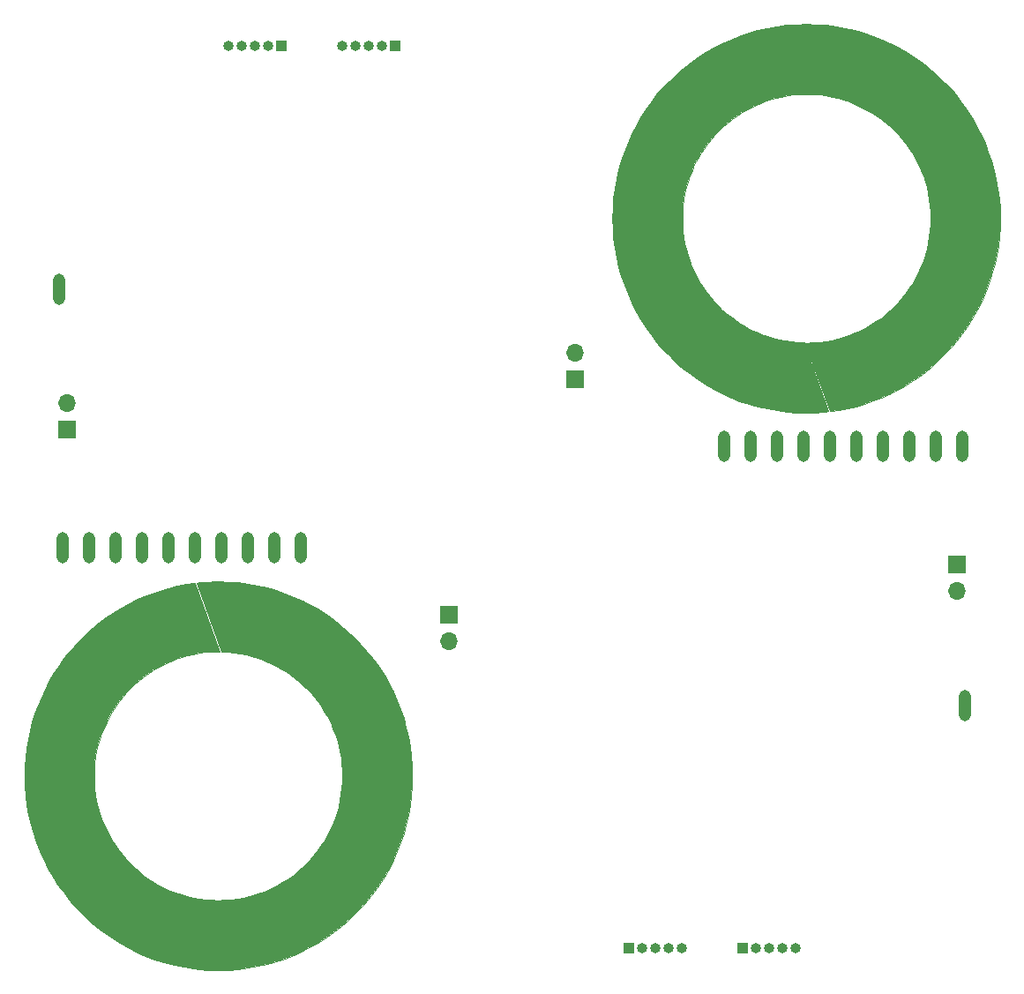
<source format=gts>
%TF.GenerationSoftware,KiCad,Pcbnew,(6.0.1)*%
%TF.CreationDate,2022-09-01T16:14:04+08:00*%
%TF.ProjectId,CRVisionJoystickMerge,43525669-7369-46f6-9e4a-6f7973746963,rev?*%
%TF.SameCoordinates,Original*%
%TF.FileFunction,Soldermask,Top*%
%TF.FilePolarity,Negative*%
%FSLAX46Y46*%
G04 Gerber Fmt 4.6, Leading zero omitted, Abs format (unit mm)*
G04 Created by KiCad (PCBNEW (6.0.1)) date 2022-09-01 16:14:04*
%MOMM*%
%LPD*%
G01*
G04 APERTURE LIST*
G04 Aperture macros list*
%AMHorizOval*
0 Thick line with rounded ends*
0 $1 width*
0 $2 $3 position (X,Y) of the first rounded end (center of the circle)*
0 $4 $5 position (X,Y) of the second rounded end (center of the circle)*
0 Add line between two ends*
20,1,$1,$2,$3,$4,$5,0*
0 Add two circle primitives to create the rounded ends*
1,1,$1,$2,$3*
1,1,$1,$4,$5*%
G04 Aperture macros list end*
%ADD10C,0.036148*%
%ADD11R,1.700000X1.700000*%
%ADD12O,1.700000X1.700000*%
%ADD13O,1.200000X3.000000*%
%ADD14R,1.000000X1.000000*%
%ADD15O,1.000000X1.000000*%
%ADD16HorizOval,1.200000X-0.450000X0.779423X0.450000X-0.779423X0*%
G04 APERTURE END LIST*
D10*
X102189051Y-122159118D02*
X101231542Y-122134848D01*
X101231542Y-122134848D02*
X100286601Y-122062821D01*
X100286601Y-122062821D02*
X99355399Y-121944208D01*
X99355399Y-121944208D02*
X98439103Y-121780181D01*
X98439103Y-121780181D02*
X97538884Y-121571912D01*
X97538884Y-121571912D02*
X96655910Y-121320572D01*
X96655910Y-121320572D02*
X95791350Y-121027334D01*
X95791350Y-121027334D02*
X94946375Y-120693370D01*
X94946375Y-120693370D02*
X94122152Y-120319852D01*
X94122152Y-120319852D02*
X93319852Y-119907950D01*
X93319852Y-119907950D02*
X92540642Y-119458838D01*
X92540642Y-119458838D02*
X91785694Y-118973687D01*
X91785694Y-118973687D02*
X91056174Y-118453669D01*
X91056174Y-118453669D02*
X90353254Y-117899956D01*
X90353254Y-117899956D02*
X89678102Y-117313720D01*
X89678102Y-117313720D02*
X89031887Y-116696133D01*
X89031887Y-116696133D02*
X88415778Y-116048366D01*
X88415778Y-116048366D02*
X87830945Y-115371592D01*
X87830945Y-115371592D02*
X87278557Y-114666982D01*
X87278557Y-114666982D02*
X86759782Y-113935708D01*
X86759782Y-113935708D02*
X86275791Y-113178942D01*
X86275791Y-113178942D02*
X85827752Y-112397857D01*
X85827752Y-112397857D02*
X85416834Y-111593624D01*
X85416834Y-111593624D02*
X85044207Y-110767414D01*
X85044207Y-110767414D02*
X84711040Y-109920400D01*
X84711040Y-109920400D02*
X84418501Y-109053754D01*
X84418501Y-109053754D02*
X84167761Y-108168647D01*
X84167761Y-108168647D02*
X83959988Y-107266252D01*
X83959988Y-107266252D02*
X83796352Y-106347740D01*
X83796352Y-106347740D02*
X83678021Y-105414283D01*
X83678021Y-105414283D02*
X83606165Y-104467053D01*
X83606165Y-104467053D02*
X83581954Y-103507222D01*
X83581954Y-103507222D02*
X83602714Y-102618313D01*
X83602714Y-102618313D02*
X83664377Y-101740131D01*
X83664377Y-101740131D02*
X83766014Y-100873605D01*
X83766014Y-100873605D02*
X83906699Y-100019666D01*
X83906699Y-100019666D02*
X84085503Y-99179241D01*
X84085503Y-99179241D02*
X84301499Y-98353261D01*
X84301499Y-98353261D02*
X84553760Y-97542655D01*
X84553760Y-97542655D02*
X84841357Y-96748352D01*
X84841357Y-96748352D02*
X85163364Y-95971281D01*
X85163364Y-95971281D02*
X85518852Y-95212371D01*
X85518852Y-95212371D02*
X85906894Y-94472552D01*
X85906894Y-94472552D02*
X86326563Y-93752753D01*
X86326563Y-93752753D02*
X86776931Y-93053903D01*
X86776931Y-93053903D02*
X87257070Y-92376931D01*
X87257070Y-92376931D02*
X87766053Y-91722766D01*
X87766053Y-91722766D02*
X88302952Y-91092339D01*
X88302952Y-91092339D02*
X88866839Y-90486578D01*
X88866839Y-90486578D02*
X89456788Y-89906412D01*
X89456788Y-89906412D02*
X90071869Y-89352770D01*
X90071869Y-89352770D02*
X90711157Y-88826583D01*
X90711157Y-88826583D02*
X91373723Y-88328778D01*
X91373723Y-88328778D02*
X92058639Y-87860286D01*
X92058639Y-87860286D02*
X92764978Y-87422035D01*
X92764978Y-87422035D02*
X93491813Y-87014955D01*
X93491813Y-87014955D02*
X94238216Y-86639975D01*
X94238216Y-86639975D02*
X95003259Y-86298024D01*
X95003259Y-86298024D02*
X95786015Y-85990031D01*
X95786015Y-85990031D02*
X96585556Y-85716926D01*
X96585556Y-85716926D02*
X97400954Y-85479639D01*
X97400954Y-85479639D02*
X98231282Y-85279097D01*
X98231282Y-85279097D02*
X99075613Y-85116231D01*
X99075613Y-85116231D02*
X99933018Y-84991969D01*
X99933018Y-84991969D02*
X102330031Y-91577497D01*
X102330031Y-91577497D02*
X102247385Y-91576141D01*
X102247385Y-91576141D02*
X102205944Y-91575565D01*
X102205944Y-91575565D02*
X102164469Y-91575328D01*
X102164469Y-91575328D02*
X101551324Y-91590856D01*
X101551324Y-91590856D02*
X100946226Y-91636939D01*
X100946226Y-91636939D02*
X100349924Y-91712827D01*
X100349924Y-91712827D02*
X99763168Y-91817771D01*
X99763168Y-91817771D02*
X99186705Y-91951020D01*
X99186705Y-91951020D02*
X98621285Y-92111826D01*
X98621285Y-92111826D02*
X98067656Y-92299437D01*
X98067656Y-92299437D02*
X97526568Y-92513105D01*
X97526568Y-92513105D02*
X96998768Y-92752078D01*
X96998768Y-92752078D02*
X96485005Y-93015609D01*
X96485005Y-93015609D02*
X95986029Y-93302945D01*
X95986029Y-93302945D02*
X95502589Y-93613338D01*
X95502589Y-93613338D02*
X95035431Y-93946038D01*
X95035431Y-93946038D02*
X94585307Y-94300295D01*
X94585307Y-94300295D02*
X94152963Y-94675359D01*
X94152963Y-94675359D02*
X93739150Y-95070480D01*
X93739150Y-95070480D02*
X93344616Y-95484909D01*
X93344616Y-95484909D02*
X92970108Y-95917895D01*
X92970108Y-95917895D02*
X92616378Y-96368688D01*
X92616378Y-96368688D02*
X92284172Y-96836540D01*
X92284172Y-96836540D02*
X91974239Y-97320699D01*
X91974239Y-97320699D02*
X91687330Y-97820416D01*
X91687330Y-97820416D02*
X91424191Y-98334941D01*
X91424191Y-98334941D02*
X91185573Y-98863524D01*
X91185573Y-98863524D02*
X90972223Y-99405416D01*
X90972223Y-99405416D02*
X90784890Y-99959867D01*
X90784890Y-99959867D02*
X90624324Y-100526126D01*
X90624324Y-100526126D02*
X90491272Y-101103444D01*
X90491272Y-101103444D02*
X90386484Y-101691070D01*
X90386484Y-101691070D02*
X90310709Y-102288256D01*
X90310709Y-102288256D02*
X90264694Y-102894251D01*
X90264694Y-102894251D02*
X90249190Y-103508306D01*
X90249190Y-103508306D02*
X90264694Y-104122392D01*
X90264694Y-104122392D02*
X90310709Y-104728415D01*
X90310709Y-104728415D02*
X90386484Y-105325624D01*
X90386484Y-105325624D02*
X90491272Y-105913272D01*
X90491272Y-105913272D02*
X90624324Y-106490606D01*
X90624324Y-106490606D02*
X90784890Y-107056879D01*
X90784890Y-107056879D02*
X90972223Y-107611340D01*
X90972223Y-107611340D02*
X91185573Y-108153239D01*
X91185573Y-108153239D02*
X91424191Y-108681828D01*
X91424191Y-108681828D02*
X91687330Y-109196355D01*
X91687330Y-109196355D02*
X91974239Y-109696073D01*
X91974239Y-109696073D02*
X92284172Y-110180230D01*
X92284172Y-110180230D02*
X92616378Y-110648078D01*
X92616378Y-110648078D02*
X92970108Y-111098866D01*
X92970108Y-111098866D02*
X93344616Y-111531845D01*
X93344616Y-111531845D02*
X93739150Y-111946266D01*
X93739150Y-111946266D02*
X94152963Y-112341378D01*
X94152963Y-112341378D02*
X94585307Y-112716432D01*
X94585307Y-112716432D02*
X95035431Y-113070678D01*
X95035431Y-113070678D02*
X95502589Y-113403367D01*
X95502589Y-113403367D02*
X95986029Y-113713749D01*
X95986029Y-113713749D02*
X96485005Y-114001075D01*
X96485005Y-114001075D02*
X96998768Y-114264594D01*
X96998768Y-114264594D02*
X97526568Y-114503556D01*
X97526568Y-114503556D02*
X98067656Y-114717214D01*
X98067656Y-114717214D02*
X98621285Y-114904815D01*
X98621285Y-114904815D02*
X99186705Y-115065612D01*
X99186705Y-115065612D02*
X99763168Y-115198854D01*
X99763168Y-115198854D02*
X100349924Y-115303792D01*
X100349924Y-115303792D02*
X100946226Y-115379676D01*
X100946226Y-115379676D02*
X101551324Y-115425756D01*
X101551324Y-115425756D02*
X102164469Y-115441282D01*
X102164469Y-115441282D02*
X102777615Y-115425754D01*
X102777615Y-115425754D02*
X103382713Y-115379672D01*
X103382713Y-115379672D02*
X103979015Y-115303783D01*
X103979015Y-115303783D02*
X104565772Y-115198839D01*
X104565772Y-115198839D02*
X105142235Y-115065590D01*
X105142235Y-115065590D02*
X105707655Y-114904784D01*
X105707655Y-114904784D02*
X106261284Y-114717173D01*
X106261284Y-114717173D02*
X106802372Y-114503506D01*
X106802372Y-114503506D02*
X107330172Y-114264532D01*
X107330172Y-114264532D02*
X107843935Y-114001002D01*
X107843935Y-114001002D02*
X108342911Y-113713665D01*
X108342911Y-113713665D02*
X108826352Y-113403272D01*
X108826352Y-113403272D02*
X109293509Y-113070572D01*
X109293509Y-113070572D02*
X109743634Y-112716315D01*
X109743634Y-112716315D02*
X110175977Y-112341251D01*
X110175977Y-112341251D02*
X110589791Y-111946130D01*
X110589791Y-111946130D02*
X110984325Y-111531702D01*
X110984325Y-111531702D02*
X111358833Y-111098716D01*
X111358833Y-111098716D02*
X111712564Y-110647922D01*
X111712564Y-110647922D02*
X112044769Y-110180071D01*
X112044769Y-110180071D02*
X112354702Y-109695912D01*
X112354702Y-109695912D02*
X112641612Y-109196195D01*
X112641612Y-109196195D02*
X112904750Y-108681670D01*
X112904750Y-108681670D02*
X113143369Y-108153087D01*
X113143369Y-108153087D02*
X113356719Y-107611195D01*
X113356719Y-107611195D02*
X113544051Y-107056745D01*
X113544051Y-107056745D02*
X113704618Y-106490486D01*
X113704618Y-106490486D02*
X113837669Y-105913168D01*
X113837669Y-105913168D02*
X113942457Y-105325541D01*
X113942457Y-105325541D02*
X114018233Y-104728355D01*
X114018233Y-104728355D02*
X114064247Y-104122360D01*
X114064247Y-104122360D02*
X114079752Y-103508306D01*
X114079752Y-103508306D02*
X114064725Y-102903725D01*
X114064725Y-102903725D02*
X114020123Y-102306947D01*
X114020123Y-102306947D02*
X113946658Y-101718686D01*
X113946658Y-101718686D02*
X113845045Y-101139657D01*
X113845045Y-101139657D02*
X113715998Y-100570576D01*
X113715998Y-100570576D02*
X113560231Y-100012159D01*
X113560231Y-100012159D02*
X113378459Y-99465119D01*
X113378459Y-99465119D02*
X113171395Y-98930173D01*
X113171395Y-98930173D02*
X112939755Y-98408036D01*
X112939755Y-98408036D02*
X112684251Y-97899422D01*
X112684251Y-97899422D02*
X112405599Y-97405047D01*
X112405599Y-97405047D02*
X112104512Y-96925626D01*
X112104512Y-96925626D02*
X111781705Y-96461874D01*
X111781705Y-96461874D02*
X111437892Y-96014507D01*
X111437892Y-96014507D02*
X111073786Y-95584239D01*
X111073786Y-95584239D02*
X110690103Y-95171786D01*
X110690103Y-95171786D02*
X110287556Y-94777863D01*
X110287556Y-94777863D02*
X109866860Y-94403186D01*
X109866860Y-94403186D02*
X109428729Y-94048468D01*
X109428729Y-94048468D02*
X108973876Y-93714426D01*
X108973876Y-93714426D02*
X108503017Y-93401775D01*
X108503017Y-93401775D02*
X108016865Y-93111230D01*
X108016865Y-93111230D02*
X107516135Y-92843506D01*
X107516135Y-92843506D02*
X107001540Y-92599318D01*
X107001540Y-92599318D02*
X106473795Y-92379382D01*
X106473795Y-92379382D02*
X105933615Y-92184412D01*
X105933615Y-92184412D02*
X105381712Y-92015124D01*
X105381712Y-92015124D02*
X104818802Y-91872233D01*
X104818802Y-91872233D02*
X104245599Y-91756454D01*
X104245599Y-91756454D02*
X103662817Y-91668503D01*
X103662817Y-91668503D02*
X103071169Y-91609094D01*
X103071169Y-91609094D02*
X102471371Y-91578943D01*
X102471371Y-91578943D02*
X100068217Y-84976058D01*
X100068217Y-84976058D02*
X100329807Y-84948111D01*
X100329807Y-84948111D02*
X100592410Y-84923684D01*
X100592410Y-84923684D02*
X100856021Y-84902841D01*
X100856021Y-84902841D02*
X101120636Y-84885644D01*
X101120636Y-84885644D02*
X101386251Y-84872159D01*
X101386251Y-84872159D02*
X101652861Y-84862447D01*
X101652861Y-84862447D02*
X101920463Y-84856574D01*
X101920463Y-84856574D02*
X102189051Y-84854602D01*
X102189051Y-84854602D02*
X103146560Y-84878872D01*
X103146560Y-84878872D02*
X104091501Y-84950899D01*
X104091501Y-84950899D02*
X105022703Y-85069512D01*
X105022703Y-85069512D02*
X105938999Y-85233539D01*
X105938999Y-85233539D02*
X106839218Y-85441809D01*
X106839218Y-85441809D02*
X107722192Y-85693148D01*
X107722192Y-85693148D02*
X108586751Y-85986386D01*
X108586751Y-85986386D02*
X109431727Y-86320350D01*
X109431727Y-86320350D02*
X110255950Y-86693869D01*
X110255950Y-86693869D02*
X111058250Y-87105770D01*
X111058250Y-87105770D02*
X111837459Y-87554882D01*
X111837459Y-87554882D02*
X112592408Y-88040033D01*
X112592408Y-88040033D02*
X113321927Y-88560051D01*
X113321927Y-88560051D02*
X114024848Y-89113764D01*
X114024848Y-89113764D02*
X114700000Y-89700000D01*
X114700000Y-89700000D02*
X115346215Y-90317587D01*
X115346215Y-90317587D02*
X115962324Y-90965354D01*
X115962324Y-90965354D02*
X116547157Y-91642129D01*
X116547157Y-91642129D02*
X117099545Y-92346739D01*
X117099545Y-92346739D02*
X117618320Y-93078012D01*
X117618320Y-93078012D02*
X118102311Y-93834778D01*
X118102311Y-93834778D02*
X118550351Y-94615863D01*
X118550351Y-94615863D02*
X118961268Y-95420097D01*
X118961268Y-95420097D02*
X119333896Y-96246306D01*
X119333896Y-96246306D02*
X119667063Y-97093320D01*
X119667063Y-97093320D02*
X119959601Y-97959966D01*
X119959601Y-97959966D02*
X120210342Y-98845073D01*
X120210342Y-98845073D02*
X120418114Y-99747468D01*
X120418114Y-99747468D02*
X120581751Y-100665980D01*
X120581751Y-100665980D02*
X120700082Y-101599437D01*
X120700082Y-101599437D02*
X120771937Y-102546667D01*
X120771937Y-102546667D02*
X120796149Y-103506498D01*
X120796149Y-103506498D02*
X120771937Y-104466329D01*
X120771937Y-104466329D02*
X120700082Y-105413558D01*
X120700082Y-105413558D02*
X120581751Y-106347015D01*
X120581751Y-106347015D02*
X120418114Y-107265528D01*
X120418114Y-107265528D02*
X120210342Y-108167923D01*
X120210342Y-108167923D02*
X119959601Y-109053030D01*
X119959601Y-109053030D02*
X119667063Y-109919676D01*
X119667063Y-109919676D02*
X119333896Y-110766690D01*
X119333896Y-110766690D02*
X118961268Y-111592900D01*
X118961268Y-111592900D02*
X118550351Y-112397134D01*
X118550351Y-112397134D02*
X118102311Y-113178219D01*
X118102311Y-113178219D02*
X117618320Y-113934985D01*
X117618320Y-113934985D02*
X117099545Y-114666258D01*
X117099545Y-114666258D02*
X116547157Y-115370868D01*
X116547157Y-115370868D02*
X115962324Y-116047643D01*
X115962324Y-116047643D02*
X115346215Y-116695410D01*
X115346215Y-116695410D02*
X114700000Y-117312997D01*
X114700000Y-117312997D02*
X114024848Y-117899233D01*
X114024848Y-117899233D02*
X113321927Y-118452946D01*
X113321927Y-118452946D02*
X112592408Y-118972964D01*
X112592408Y-118972964D02*
X111837459Y-119458115D01*
X111837459Y-119458115D02*
X111058250Y-119907227D01*
X111058250Y-119907227D02*
X110255950Y-120319129D01*
X110255950Y-120319129D02*
X109431727Y-120692647D01*
X109431727Y-120692647D02*
X108586751Y-121026611D01*
X108586751Y-121026611D02*
X107722192Y-121319849D01*
X107722192Y-121319849D02*
X106839218Y-121571189D01*
X106839218Y-121571189D02*
X105938999Y-121779458D01*
X105938999Y-121779458D02*
X105022703Y-121943485D01*
X105022703Y-121943485D02*
X104091501Y-122062098D01*
X104091501Y-122062098D02*
X103146560Y-122134126D01*
X103146560Y-122134126D02*
X102189051Y-122158395D01*
X102189051Y-122158395D02*
X102189051Y-122159118D01*
X102189051Y-122159118D02*
X102189051Y-122159118D01*
G36*
X103146560Y-84878872D02*
G01*
X104091501Y-84950899D01*
X105022703Y-85069512D01*
X105938999Y-85233539D01*
X106839218Y-85441809D01*
X107722192Y-85693148D01*
X108586751Y-85986386D01*
X109431727Y-86320350D01*
X110255950Y-86693869D01*
X111058250Y-87105770D01*
X111837459Y-87554882D01*
X112592408Y-88040033D01*
X113321927Y-88560051D01*
X114024848Y-89113764D01*
X114700000Y-89700000D01*
X115346215Y-90317587D01*
X115962324Y-90965354D01*
X116547157Y-91642129D01*
X117099545Y-92346739D01*
X117618320Y-93078012D01*
X118102311Y-93834778D01*
X118550351Y-94615863D01*
X118961268Y-95420097D01*
X119333896Y-96246306D01*
X119667063Y-97093320D01*
X119959601Y-97959966D01*
X120210342Y-98845073D01*
X120418114Y-99747468D01*
X120581751Y-100665980D01*
X120700082Y-101599437D01*
X120771937Y-102546667D01*
X120796149Y-103506498D01*
X120771937Y-104466329D01*
X120700082Y-105413558D01*
X120581751Y-106347015D01*
X120418114Y-107265528D01*
X120210342Y-108167923D01*
X119959601Y-109053030D01*
X119667063Y-109919676D01*
X119333896Y-110766690D01*
X118961268Y-111592900D01*
X118550351Y-112397134D01*
X118102311Y-113178219D01*
X117618320Y-113934985D01*
X117099545Y-114666258D01*
X116547157Y-115370868D01*
X115962324Y-116047643D01*
X115346215Y-116695410D01*
X114700000Y-117312997D01*
X114024848Y-117899233D01*
X113321927Y-118452946D01*
X112592408Y-118972964D01*
X111837459Y-119458115D01*
X111058250Y-119907227D01*
X110255950Y-120319129D01*
X109431727Y-120692647D01*
X108586751Y-121026611D01*
X107722192Y-121319849D01*
X106839218Y-121571189D01*
X105938999Y-121779458D01*
X105022703Y-121943485D01*
X104091501Y-122062098D01*
X103146560Y-122134126D01*
X102189051Y-122158395D01*
X102189051Y-122159118D01*
X101231542Y-122134848D01*
X100286601Y-122062821D01*
X99355399Y-121944208D01*
X98439103Y-121780181D01*
X97538884Y-121571912D01*
X96655910Y-121320572D01*
X95791350Y-121027334D01*
X94946375Y-120693370D01*
X94122152Y-120319852D01*
X93319852Y-119907950D01*
X92540642Y-119458838D01*
X91785694Y-118973687D01*
X91056174Y-118453669D01*
X90353254Y-117899956D01*
X89678102Y-117313720D01*
X89031887Y-116696133D01*
X88415778Y-116048366D01*
X87830945Y-115371592D01*
X87278557Y-114666982D01*
X86759782Y-113935708D01*
X86275791Y-113178942D01*
X85827752Y-112397857D01*
X85416834Y-111593624D01*
X85044207Y-110767414D01*
X84711040Y-109920400D01*
X84418501Y-109053754D01*
X84167761Y-108168647D01*
X83959988Y-107266252D01*
X83796352Y-106347740D01*
X83678021Y-105414283D01*
X83606165Y-104467053D01*
X83581954Y-103507222D01*
X83602714Y-102618313D01*
X83664377Y-101740131D01*
X83766014Y-100873605D01*
X83906699Y-100019666D01*
X84085503Y-99179241D01*
X84301499Y-98353261D01*
X84553760Y-97542655D01*
X84841357Y-96748352D01*
X85163364Y-95971281D01*
X85518852Y-95212371D01*
X85906894Y-94472552D01*
X86326563Y-93752753D01*
X86776931Y-93053903D01*
X87257070Y-92376931D01*
X87766053Y-91722766D01*
X88302952Y-91092339D01*
X88866839Y-90486578D01*
X89456788Y-89906412D01*
X90071869Y-89352770D01*
X90711157Y-88826583D01*
X91373723Y-88328778D01*
X92058639Y-87860286D01*
X92764978Y-87422035D01*
X93491813Y-87014955D01*
X94238216Y-86639975D01*
X95003259Y-86298024D01*
X95786015Y-85990031D01*
X96585556Y-85716926D01*
X97400954Y-85479639D01*
X98231282Y-85279097D01*
X99075613Y-85116231D01*
X99933018Y-84991969D01*
X102330031Y-91577497D01*
X102247385Y-91576141D01*
X102205944Y-91575565D01*
X102164469Y-91575328D01*
X101551324Y-91590856D01*
X100946226Y-91636939D01*
X100349924Y-91712827D01*
X99763168Y-91817771D01*
X99186705Y-91951020D01*
X98621285Y-92111826D01*
X98067656Y-92299437D01*
X97526568Y-92513105D01*
X96998768Y-92752078D01*
X96485005Y-93015609D01*
X95986029Y-93302945D01*
X95502589Y-93613338D01*
X95035431Y-93946038D01*
X94585307Y-94300295D01*
X94152963Y-94675359D01*
X93739150Y-95070480D01*
X93344616Y-95484909D01*
X92970108Y-95917895D01*
X92616378Y-96368688D01*
X92284172Y-96836540D01*
X91974239Y-97320699D01*
X91687330Y-97820416D01*
X91424191Y-98334941D01*
X91185573Y-98863524D01*
X90972223Y-99405416D01*
X90784890Y-99959867D01*
X90624324Y-100526126D01*
X90491272Y-101103444D01*
X90386484Y-101691070D01*
X90310709Y-102288256D01*
X90264694Y-102894251D01*
X90249190Y-103508306D01*
X90264694Y-104122392D01*
X90310709Y-104728415D01*
X90386484Y-105325624D01*
X90491272Y-105913272D01*
X90624324Y-106490606D01*
X90784890Y-107056879D01*
X90972223Y-107611340D01*
X91185573Y-108153239D01*
X91424191Y-108681828D01*
X91687330Y-109196355D01*
X91974239Y-109696073D01*
X92284172Y-110180230D01*
X92616378Y-110648078D01*
X92970108Y-111098866D01*
X93344616Y-111531845D01*
X93739150Y-111946266D01*
X94152963Y-112341378D01*
X94585307Y-112716432D01*
X95035431Y-113070678D01*
X95502589Y-113403367D01*
X95986029Y-113713749D01*
X96485005Y-114001075D01*
X96998768Y-114264594D01*
X97526568Y-114503556D01*
X98067656Y-114717214D01*
X98621285Y-114904815D01*
X99186705Y-115065612D01*
X99763168Y-115198854D01*
X100349924Y-115303792D01*
X100946226Y-115379676D01*
X101551324Y-115425756D01*
X102164469Y-115441282D01*
X102777615Y-115425754D01*
X103382713Y-115379672D01*
X103979015Y-115303783D01*
X104565772Y-115198839D01*
X105142235Y-115065590D01*
X105707655Y-114904784D01*
X106261284Y-114717173D01*
X106802372Y-114503506D01*
X107330172Y-114264532D01*
X107843935Y-114001002D01*
X108342911Y-113713665D01*
X108826352Y-113403272D01*
X109293509Y-113070572D01*
X109743634Y-112716315D01*
X110175977Y-112341251D01*
X110589791Y-111946130D01*
X110984325Y-111531702D01*
X111358833Y-111098716D01*
X111712564Y-110647922D01*
X112044769Y-110180071D01*
X112354702Y-109695912D01*
X112641612Y-109196195D01*
X112904750Y-108681670D01*
X113143369Y-108153087D01*
X113356719Y-107611195D01*
X113544051Y-107056745D01*
X113704618Y-106490486D01*
X113837669Y-105913168D01*
X113942457Y-105325541D01*
X114018233Y-104728355D01*
X114064247Y-104122360D01*
X114079752Y-103508306D01*
X114064725Y-102903725D01*
X114020123Y-102306947D01*
X113946658Y-101718686D01*
X113845045Y-101139657D01*
X113715998Y-100570576D01*
X113560231Y-100012159D01*
X113378459Y-99465119D01*
X113171395Y-98930173D01*
X112939755Y-98408036D01*
X112684251Y-97899422D01*
X112405599Y-97405047D01*
X112104512Y-96925626D01*
X111781705Y-96461874D01*
X111437892Y-96014507D01*
X111073786Y-95584239D01*
X110690103Y-95171786D01*
X110287556Y-94777863D01*
X109866860Y-94403186D01*
X109428729Y-94048468D01*
X108973876Y-93714426D01*
X108503017Y-93401775D01*
X108016865Y-93111230D01*
X107516135Y-92843506D01*
X107001540Y-92599318D01*
X106473795Y-92379382D01*
X105933615Y-92184412D01*
X105381712Y-92015124D01*
X104818802Y-91872233D01*
X104245599Y-91756454D01*
X103662817Y-91668503D01*
X103071169Y-91609094D01*
X102471371Y-91578943D01*
X100068217Y-84976058D01*
X100329807Y-84948111D01*
X100592410Y-84923684D01*
X100856021Y-84902841D01*
X101120636Y-84885644D01*
X101386251Y-84872159D01*
X101652861Y-84862447D01*
X101920463Y-84856574D01*
X102189051Y-84854602D01*
X103146560Y-84878872D01*
G37*
X103146560Y-84878872D02*
X104091501Y-84950899D01*
X105022703Y-85069512D01*
X105938999Y-85233539D01*
X106839218Y-85441809D01*
X107722192Y-85693148D01*
X108586751Y-85986386D01*
X109431727Y-86320350D01*
X110255950Y-86693869D01*
X111058250Y-87105770D01*
X111837459Y-87554882D01*
X112592408Y-88040033D01*
X113321927Y-88560051D01*
X114024848Y-89113764D01*
X114700000Y-89700000D01*
X115346215Y-90317587D01*
X115962324Y-90965354D01*
X116547157Y-91642129D01*
X117099545Y-92346739D01*
X117618320Y-93078012D01*
X118102311Y-93834778D01*
X118550351Y-94615863D01*
X118961268Y-95420097D01*
X119333896Y-96246306D01*
X119667063Y-97093320D01*
X119959601Y-97959966D01*
X120210342Y-98845073D01*
X120418114Y-99747468D01*
X120581751Y-100665980D01*
X120700082Y-101599437D01*
X120771937Y-102546667D01*
X120796149Y-103506498D01*
X120771937Y-104466329D01*
X120700082Y-105413558D01*
X120581751Y-106347015D01*
X120418114Y-107265528D01*
X120210342Y-108167923D01*
X119959601Y-109053030D01*
X119667063Y-109919676D01*
X119333896Y-110766690D01*
X118961268Y-111592900D01*
X118550351Y-112397134D01*
X118102311Y-113178219D01*
X117618320Y-113934985D01*
X117099545Y-114666258D01*
X116547157Y-115370868D01*
X115962324Y-116047643D01*
X115346215Y-116695410D01*
X114700000Y-117312997D01*
X114024848Y-117899233D01*
X113321927Y-118452946D01*
X112592408Y-118972964D01*
X111837459Y-119458115D01*
X111058250Y-119907227D01*
X110255950Y-120319129D01*
X109431727Y-120692647D01*
X108586751Y-121026611D01*
X107722192Y-121319849D01*
X106839218Y-121571189D01*
X105938999Y-121779458D01*
X105022703Y-121943485D01*
X104091501Y-122062098D01*
X103146560Y-122134126D01*
X102189051Y-122158395D01*
X102189051Y-122159118D01*
X101231542Y-122134848D01*
X100286601Y-122062821D01*
X99355399Y-121944208D01*
X98439103Y-121780181D01*
X97538884Y-121571912D01*
X96655910Y-121320572D01*
X95791350Y-121027334D01*
X94946375Y-120693370D01*
X94122152Y-120319852D01*
X93319852Y-119907950D01*
X92540642Y-119458838D01*
X91785694Y-118973687D01*
X91056174Y-118453669D01*
X90353254Y-117899956D01*
X89678102Y-117313720D01*
X89031887Y-116696133D01*
X88415778Y-116048366D01*
X87830945Y-115371592D01*
X87278557Y-114666982D01*
X86759782Y-113935708D01*
X86275791Y-113178942D01*
X85827752Y-112397857D01*
X85416834Y-111593624D01*
X85044207Y-110767414D01*
X84711040Y-109920400D01*
X84418501Y-109053754D01*
X84167761Y-108168647D01*
X83959988Y-107266252D01*
X83796352Y-106347740D01*
X83678021Y-105414283D01*
X83606165Y-104467053D01*
X83581954Y-103507222D01*
X83602714Y-102618313D01*
X83664377Y-101740131D01*
X83766014Y-100873605D01*
X83906699Y-100019666D01*
X84085503Y-99179241D01*
X84301499Y-98353261D01*
X84553760Y-97542655D01*
X84841357Y-96748352D01*
X85163364Y-95971281D01*
X85518852Y-95212371D01*
X85906894Y-94472552D01*
X86326563Y-93752753D01*
X86776931Y-93053903D01*
X87257070Y-92376931D01*
X87766053Y-91722766D01*
X88302952Y-91092339D01*
X88866839Y-90486578D01*
X89456788Y-89906412D01*
X90071869Y-89352770D01*
X90711157Y-88826583D01*
X91373723Y-88328778D01*
X92058639Y-87860286D01*
X92764978Y-87422035D01*
X93491813Y-87014955D01*
X94238216Y-86639975D01*
X95003259Y-86298024D01*
X95786015Y-85990031D01*
X96585556Y-85716926D01*
X97400954Y-85479639D01*
X98231282Y-85279097D01*
X99075613Y-85116231D01*
X99933018Y-84991969D01*
X102330031Y-91577497D01*
X102247385Y-91576141D01*
X102205944Y-91575565D01*
X102164469Y-91575328D01*
X101551324Y-91590856D01*
X100946226Y-91636939D01*
X100349924Y-91712827D01*
X99763168Y-91817771D01*
X99186705Y-91951020D01*
X98621285Y-92111826D01*
X98067656Y-92299437D01*
X97526568Y-92513105D01*
X96998768Y-92752078D01*
X96485005Y-93015609D01*
X95986029Y-93302945D01*
X95502589Y-93613338D01*
X95035431Y-93946038D01*
X94585307Y-94300295D01*
X94152963Y-94675359D01*
X93739150Y-95070480D01*
X93344616Y-95484909D01*
X92970108Y-95917895D01*
X92616378Y-96368688D01*
X92284172Y-96836540D01*
X91974239Y-97320699D01*
X91687330Y-97820416D01*
X91424191Y-98334941D01*
X91185573Y-98863524D01*
X90972223Y-99405416D01*
X90784890Y-99959867D01*
X90624324Y-100526126D01*
X90491272Y-101103444D01*
X90386484Y-101691070D01*
X90310709Y-102288256D01*
X90264694Y-102894251D01*
X90249190Y-103508306D01*
X90264694Y-104122392D01*
X90310709Y-104728415D01*
X90386484Y-105325624D01*
X90491272Y-105913272D01*
X90624324Y-106490606D01*
X90784890Y-107056879D01*
X90972223Y-107611340D01*
X91185573Y-108153239D01*
X91424191Y-108681828D01*
X91687330Y-109196355D01*
X91974239Y-109696073D01*
X92284172Y-110180230D01*
X92616378Y-110648078D01*
X92970108Y-111098866D01*
X93344616Y-111531845D01*
X93739150Y-111946266D01*
X94152963Y-112341378D01*
X94585307Y-112716432D01*
X95035431Y-113070678D01*
X95502589Y-113403367D01*
X95986029Y-113713749D01*
X96485005Y-114001075D01*
X96998768Y-114264594D01*
X97526568Y-114503556D01*
X98067656Y-114717214D01*
X98621285Y-114904815D01*
X99186705Y-115065612D01*
X99763168Y-115198854D01*
X100349924Y-115303792D01*
X100946226Y-115379676D01*
X101551324Y-115425756D01*
X102164469Y-115441282D01*
X102777615Y-115425754D01*
X103382713Y-115379672D01*
X103979015Y-115303783D01*
X104565772Y-115198839D01*
X105142235Y-115065590D01*
X105707655Y-114904784D01*
X106261284Y-114717173D01*
X106802372Y-114503506D01*
X107330172Y-114264532D01*
X107843935Y-114001002D01*
X108342911Y-113713665D01*
X108826352Y-113403272D01*
X109293509Y-113070572D01*
X109743634Y-112716315D01*
X110175977Y-112341251D01*
X110589791Y-111946130D01*
X110984325Y-111531702D01*
X111358833Y-111098716D01*
X111712564Y-110647922D01*
X112044769Y-110180071D01*
X112354702Y-109695912D01*
X112641612Y-109196195D01*
X112904750Y-108681670D01*
X113143369Y-108153087D01*
X113356719Y-107611195D01*
X113544051Y-107056745D01*
X113704618Y-106490486D01*
X113837669Y-105913168D01*
X113942457Y-105325541D01*
X114018233Y-104728355D01*
X114064247Y-104122360D01*
X114079752Y-103508306D01*
X114064725Y-102903725D01*
X114020123Y-102306947D01*
X113946658Y-101718686D01*
X113845045Y-101139657D01*
X113715998Y-100570576D01*
X113560231Y-100012159D01*
X113378459Y-99465119D01*
X113171395Y-98930173D01*
X112939755Y-98408036D01*
X112684251Y-97899422D01*
X112405599Y-97405047D01*
X112104512Y-96925626D01*
X111781705Y-96461874D01*
X111437892Y-96014507D01*
X111073786Y-95584239D01*
X110690103Y-95171786D01*
X110287556Y-94777863D01*
X109866860Y-94403186D01*
X109428729Y-94048468D01*
X108973876Y-93714426D01*
X108503017Y-93401775D01*
X108016865Y-93111230D01*
X107516135Y-92843506D01*
X107001540Y-92599318D01*
X106473795Y-92379382D01*
X105933615Y-92184412D01*
X105381712Y-92015124D01*
X104818802Y-91872233D01*
X104245599Y-91756454D01*
X103662817Y-91668503D01*
X103071169Y-91609094D01*
X102471371Y-91578943D01*
X100068217Y-84976058D01*
X100329807Y-84948111D01*
X100592410Y-84923684D01*
X100856021Y-84902841D01*
X101120636Y-84885644D01*
X101386251Y-84872159D01*
X101652861Y-84862447D01*
X101920463Y-84856574D01*
X102189051Y-84854602D01*
X103146560Y-84878872D01*
X158610949Y-31340882D02*
X159568458Y-31365152D01*
X159568458Y-31365152D02*
X160513399Y-31437179D01*
X160513399Y-31437179D02*
X161444601Y-31555792D01*
X161444601Y-31555792D02*
X162360897Y-31719819D01*
X162360897Y-31719819D02*
X163261116Y-31928088D01*
X163261116Y-31928088D02*
X164144090Y-32179428D01*
X164144090Y-32179428D02*
X165008650Y-32472666D01*
X165008650Y-32472666D02*
X165853625Y-32806630D01*
X165853625Y-32806630D02*
X166677848Y-33180148D01*
X166677848Y-33180148D02*
X167480148Y-33592050D01*
X167480148Y-33592050D02*
X168259358Y-34041162D01*
X168259358Y-34041162D02*
X169014306Y-34526313D01*
X169014306Y-34526313D02*
X169743826Y-35046331D01*
X169743826Y-35046331D02*
X170446746Y-35600044D01*
X170446746Y-35600044D02*
X171121898Y-36186280D01*
X171121898Y-36186280D02*
X171768113Y-36803867D01*
X171768113Y-36803867D02*
X172384222Y-37451634D01*
X172384222Y-37451634D02*
X172969055Y-38128408D01*
X172969055Y-38128408D02*
X173521443Y-38833018D01*
X173521443Y-38833018D02*
X174040218Y-39564292D01*
X174040218Y-39564292D02*
X174524209Y-40321058D01*
X174524209Y-40321058D02*
X174972248Y-41102143D01*
X174972248Y-41102143D02*
X175383166Y-41906376D01*
X175383166Y-41906376D02*
X175755793Y-42732586D01*
X175755793Y-42732586D02*
X176088960Y-43579600D01*
X176088960Y-43579600D02*
X176381499Y-44446246D01*
X176381499Y-44446246D02*
X176632239Y-45331353D01*
X176632239Y-45331353D02*
X176840012Y-46233748D01*
X176840012Y-46233748D02*
X177003648Y-47152260D01*
X177003648Y-47152260D02*
X177121979Y-48085717D01*
X177121979Y-48085717D02*
X177193835Y-49032947D01*
X177193835Y-49032947D02*
X177218046Y-49992778D01*
X177218046Y-49992778D02*
X177197286Y-50881687D01*
X177197286Y-50881687D02*
X177135623Y-51759869D01*
X177135623Y-51759869D02*
X177033986Y-52626395D01*
X177033986Y-52626395D02*
X176893301Y-53480334D01*
X176893301Y-53480334D02*
X176714497Y-54320759D01*
X176714497Y-54320759D02*
X176498501Y-55146739D01*
X176498501Y-55146739D02*
X176246240Y-55957345D01*
X176246240Y-55957345D02*
X175958643Y-56751648D01*
X175958643Y-56751648D02*
X175636636Y-57528719D01*
X175636636Y-57528719D02*
X175281148Y-58287629D01*
X175281148Y-58287629D02*
X174893106Y-59027448D01*
X174893106Y-59027448D02*
X174473437Y-59747247D01*
X174473437Y-59747247D02*
X174023069Y-60446097D01*
X174023069Y-60446097D02*
X173542930Y-61123069D01*
X173542930Y-61123069D02*
X173033947Y-61777234D01*
X173033947Y-61777234D02*
X172497048Y-62407661D01*
X172497048Y-62407661D02*
X171933161Y-63013422D01*
X171933161Y-63013422D02*
X171343212Y-63593588D01*
X171343212Y-63593588D02*
X170728131Y-64147230D01*
X170728131Y-64147230D02*
X170088843Y-64673417D01*
X170088843Y-64673417D02*
X169426277Y-65171222D01*
X169426277Y-65171222D02*
X168741361Y-65639714D01*
X168741361Y-65639714D02*
X168035022Y-66077965D01*
X168035022Y-66077965D02*
X167308187Y-66485045D01*
X167308187Y-66485045D02*
X166561784Y-66860025D01*
X166561784Y-66860025D02*
X165796741Y-67201976D01*
X165796741Y-67201976D02*
X165013985Y-67509969D01*
X165013985Y-67509969D02*
X164214444Y-67783074D01*
X164214444Y-67783074D02*
X163399046Y-68020361D01*
X163399046Y-68020361D02*
X162568718Y-68220903D01*
X162568718Y-68220903D02*
X161724387Y-68383769D01*
X161724387Y-68383769D02*
X160866982Y-68508031D01*
X160866982Y-68508031D02*
X158469969Y-61922503D01*
X158469969Y-61922503D02*
X158552615Y-61923859D01*
X158552615Y-61923859D02*
X158594056Y-61924435D01*
X158594056Y-61924435D02*
X158635531Y-61924672D01*
X158635531Y-61924672D02*
X159248676Y-61909144D01*
X159248676Y-61909144D02*
X159853774Y-61863061D01*
X159853774Y-61863061D02*
X160450076Y-61787173D01*
X160450076Y-61787173D02*
X161036832Y-61682229D01*
X161036832Y-61682229D02*
X161613295Y-61548980D01*
X161613295Y-61548980D02*
X162178715Y-61388174D01*
X162178715Y-61388174D02*
X162732344Y-61200563D01*
X162732344Y-61200563D02*
X163273432Y-60986895D01*
X163273432Y-60986895D02*
X163801232Y-60747922D01*
X163801232Y-60747922D02*
X164314995Y-60484391D01*
X164314995Y-60484391D02*
X164813971Y-60197055D01*
X164813971Y-60197055D02*
X165297411Y-59886662D01*
X165297411Y-59886662D02*
X165764569Y-59553962D01*
X165764569Y-59553962D02*
X166214693Y-59199705D01*
X166214693Y-59199705D02*
X166647037Y-58824641D01*
X166647037Y-58824641D02*
X167060850Y-58429520D01*
X167060850Y-58429520D02*
X167455384Y-58015091D01*
X167455384Y-58015091D02*
X167829892Y-57582105D01*
X167829892Y-57582105D02*
X168183622Y-57131312D01*
X168183622Y-57131312D02*
X168515828Y-56663460D01*
X168515828Y-56663460D02*
X168825761Y-56179301D01*
X168825761Y-56179301D02*
X169112670Y-55679584D01*
X169112670Y-55679584D02*
X169375809Y-55165059D01*
X169375809Y-55165059D02*
X169614427Y-54636476D01*
X169614427Y-54636476D02*
X169827777Y-54094584D01*
X169827777Y-54094584D02*
X170015110Y-53540133D01*
X170015110Y-53540133D02*
X170175676Y-52973874D01*
X170175676Y-52973874D02*
X170308728Y-52396556D01*
X170308728Y-52396556D02*
X170413516Y-51808930D01*
X170413516Y-51808930D02*
X170489291Y-51211744D01*
X170489291Y-51211744D02*
X170535306Y-50605749D01*
X170535306Y-50605749D02*
X170550810Y-49991694D01*
X170550810Y-49991694D02*
X170535306Y-49377608D01*
X170535306Y-49377608D02*
X170489291Y-48771585D01*
X170489291Y-48771585D02*
X170413516Y-48174376D01*
X170413516Y-48174376D02*
X170308728Y-47586728D01*
X170308728Y-47586728D02*
X170175676Y-47009394D01*
X170175676Y-47009394D02*
X170015110Y-46443121D01*
X170015110Y-46443121D02*
X169827777Y-45888660D01*
X169827777Y-45888660D02*
X169614427Y-45346761D01*
X169614427Y-45346761D02*
X169375809Y-44818172D01*
X169375809Y-44818172D02*
X169112670Y-44303645D01*
X169112670Y-44303645D02*
X168825761Y-43803927D01*
X168825761Y-43803927D02*
X168515828Y-43319770D01*
X168515828Y-43319770D02*
X168183622Y-42851922D01*
X168183622Y-42851922D02*
X167829892Y-42401134D01*
X167829892Y-42401134D02*
X167455384Y-41968155D01*
X167455384Y-41968155D02*
X167060850Y-41553734D01*
X167060850Y-41553734D02*
X166647037Y-41158622D01*
X166647037Y-41158622D02*
X166214693Y-40783568D01*
X166214693Y-40783568D02*
X165764569Y-40429322D01*
X165764569Y-40429322D02*
X165297411Y-40096633D01*
X165297411Y-40096633D02*
X164813971Y-39786251D01*
X164813971Y-39786251D02*
X164314995Y-39498925D01*
X164314995Y-39498925D02*
X163801232Y-39235406D01*
X163801232Y-39235406D02*
X163273432Y-38996444D01*
X163273432Y-38996444D02*
X162732344Y-38782786D01*
X162732344Y-38782786D02*
X162178715Y-38595185D01*
X162178715Y-38595185D02*
X161613295Y-38434388D01*
X161613295Y-38434388D02*
X161036832Y-38301146D01*
X161036832Y-38301146D02*
X160450076Y-38196208D01*
X160450076Y-38196208D02*
X159853774Y-38120324D01*
X159853774Y-38120324D02*
X159248676Y-38074244D01*
X159248676Y-38074244D02*
X158635531Y-38058718D01*
X158635531Y-38058718D02*
X158022385Y-38074246D01*
X158022385Y-38074246D02*
X157417287Y-38120328D01*
X157417287Y-38120328D02*
X156820985Y-38196217D01*
X156820985Y-38196217D02*
X156234228Y-38301161D01*
X156234228Y-38301161D02*
X155657765Y-38434410D01*
X155657765Y-38434410D02*
X155092345Y-38595216D01*
X155092345Y-38595216D02*
X154538716Y-38782827D01*
X154538716Y-38782827D02*
X153997628Y-38996494D01*
X153997628Y-38996494D02*
X153469828Y-39235468D01*
X153469828Y-39235468D02*
X152956065Y-39498998D01*
X152956065Y-39498998D02*
X152457089Y-39786335D01*
X152457089Y-39786335D02*
X151973648Y-40096728D01*
X151973648Y-40096728D02*
X151506491Y-40429428D01*
X151506491Y-40429428D02*
X151056366Y-40783685D01*
X151056366Y-40783685D02*
X150624023Y-41158749D01*
X150624023Y-41158749D02*
X150210209Y-41553870D01*
X150210209Y-41553870D02*
X149815675Y-41968298D01*
X149815675Y-41968298D02*
X149441167Y-42401284D01*
X149441167Y-42401284D02*
X149087436Y-42852078D01*
X149087436Y-42852078D02*
X148755231Y-43319929D01*
X148755231Y-43319929D02*
X148445298Y-43804088D01*
X148445298Y-43804088D02*
X148158388Y-44303805D01*
X148158388Y-44303805D02*
X147895250Y-44818330D01*
X147895250Y-44818330D02*
X147656631Y-45346913D01*
X147656631Y-45346913D02*
X147443281Y-45888805D01*
X147443281Y-45888805D02*
X147255949Y-46443255D01*
X147255949Y-46443255D02*
X147095382Y-47009514D01*
X147095382Y-47009514D02*
X146962331Y-47586832D01*
X146962331Y-47586832D02*
X146857543Y-48174459D01*
X146857543Y-48174459D02*
X146781767Y-48771645D01*
X146781767Y-48771645D02*
X146735753Y-49377640D01*
X146735753Y-49377640D02*
X146720248Y-49991694D01*
X146720248Y-49991694D02*
X146735275Y-50596275D01*
X146735275Y-50596275D02*
X146779877Y-51193053D01*
X146779877Y-51193053D02*
X146853342Y-51781314D01*
X146853342Y-51781314D02*
X146954955Y-52360343D01*
X146954955Y-52360343D02*
X147084002Y-52929424D01*
X147084002Y-52929424D02*
X147239769Y-53487841D01*
X147239769Y-53487841D02*
X147421541Y-54034881D01*
X147421541Y-54034881D02*
X147628605Y-54569827D01*
X147628605Y-54569827D02*
X147860245Y-55091964D01*
X147860245Y-55091964D02*
X148115749Y-55600578D01*
X148115749Y-55600578D02*
X148394401Y-56094953D01*
X148394401Y-56094953D02*
X148695488Y-56574374D01*
X148695488Y-56574374D02*
X149018295Y-57038126D01*
X149018295Y-57038126D02*
X149362108Y-57485493D01*
X149362108Y-57485493D02*
X149726214Y-57915761D01*
X149726214Y-57915761D02*
X150109897Y-58328214D01*
X150109897Y-58328214D02*
X150512444Y-58722137D01*
X150512444Y-58722137D02*
X150933140Y-59096814D01*
X150933140Y-59096814D02*
X151371271Y-59451532D01*
X151371271Y-59451532D02*
X151826124Y-59785574D01*
X151826124Y-59785574D02*
X152296983Y-60098225D01*
X152296983Y-60098225D02*
X152783135Y-60388770D01*
X152783135Y-60388770D02*
X153283865Y-60656494D01*
X153283865Y-60656494D02*
X153798460Y-60900682D01*
X153798460Y-60900682D02*
X154326205Y-61120618D01*
X154326205Y-61120618D02*
X154866385Y-61315588D01*
X154866385Y-61315588D02*
X155418288Y-61484876D01*
X155418288Y-61484876D02*
X155981198Y-61627767D01*
X155981198Y-61627767D02*
X156554401Y-61743546D01*
X156554401Y-61743546D02*
X157137183Y-61831497D01*
X157137183Y-61831497D02*
X157728831Y-61890906D01*
X157728831Y-61890906D02*
X158328629Y-61921057D01*
X158328629Y-61921057D02*
X160731783Y-68523942D01*
X160731783Y-68523942D02*
X160470193Y-68551889D01*
X160470193Y-68551889D02*
X160207590Y-68576316D01*
X160207590Y-68576316D02*
X159943979Y-68597159D01*
X159943979Y-68597159D02*
X159679364Y-68614356D01*
X159679364Y-68614356D02*
X159413749Y-68627841D01*
X159413749Y-68627841D02*
X159147139Y-68637553D01*
X159147139Y-68637553D02*
X158879537Y-68643426D01*
X158879537Y-68643426D02*
X158610949Y-68645398D01*
X158610949Y-68645398D02*
X157653440Y-68621128D01*
X157653440Y-68621128D02*
X156708499Y-68549101D01*
X156708499Y-68549101D02*
X155777297Y-68430488D01*
X155777297Y-68430488D02*
X154861001Y-68266461D01*
X154861001Y-68266461D02*
X153960782Y-68058191D01*
X153960782Y-68058191D02*
X153077808Y-67806852D01*
X153077808Y-67806852D02*
X152213249Y-67513614D01*
X152213249Y-67513614D02*
X151368273Y-67179650D01*
X151368273Y-67179650D02*
X150544050Y-66806131D01*
X150544050Y-66806131D02*
X149741750Y-66394230D01*
X149741750Y-66394230D02*
X148962541Y-65945118D01*
X148962541Y-65945118D02*
X148207592Y-65459967D01*
X148207592Y-65459967D02*
X147478073Y-64939949D01*
X147478073Y-64939949D02*
X146775152Y-64386236D01*
X146775152Y-64386236D02*
X146100000Y-63800000D01*
X146100000Y-63800000D02*
X145453785Y-63182413D01*
X145453785Y-63182413D02*
X144837676Y-62534646D01*
X144837676Y-62534646D02*
X144252843Y-61857871D01*
X144252843Y-61857871D02*
X143700455Y-61153261D01*
X143700455Y-61153261D02*
X143181680Y-60421988D01*
X143181680Y-60421988D02*
X142697689Y-59665222D01*
X142697689Y-59665222D02*
X142249649Y-58884137D01*
X142249649Y-58884137D02*
X141838732Y-58079903D01*
X141838732Y-58079903D02*
X141466104Y-57253694D01*
X141466104Y-57253694D02*
X141132937Y-56406680D01*
X141132937Y-56406680D02*
X140840399Y-55540034D01*
X140840399Y-55540034D02*
X140589658Y-54654927D01*
X140589658Y-54654927D02*
X140381886Y-53752532D01*
X140381886Y-53752532D02*
X140218249Y-52834020D01*
X140218249Y-52834020D02*
X140099918Y-51900563D01*
X140099918Y-51900563D02*
X140028063Y-50953333D01*
X140028063Y-50953333D02*
X140003851Y-49993502D01*
X140003851Y-49993502D02*
X140028063Y-49033671D01*
X140028063Y-49033671D02*
X140099918Y-48086442D01*
X140099918Y-48086442D02*
X140218249Y-47152985D01*
X140218249Y-47152985D02*
X140381886Y-46234472D01*
X140381886Y-46234472D02*
X140589658Y-45332077D01*
X140589658Y-45332077D02*
X140840399Y-44446970D01*
X140840399Y-44446970D02*
X141132937Y-43580324D01*
X141132937Y-43580324D02*
X141466104Y-42733310D01*
X141466104Y-42733310D02*
X141838732Y-41907100D01*
X141838732Y-41907100D02*
X142249649Y-41102866D01*
X142249649Y-41102866D02*
X142697689Y-40321781D01*
X142697689Y-40321781D02*
X143181680Y-39565015D01*
X143181680Y-39565015D02*
X143700455Y-38833742D01*
X143700455Y-38833742D02*
X144252843Y-38129132D01*
X144252843Y-38129132D02*
X144837676Y-37452357D01*
X144837676Y-37452357D02*
X145453785Y-36804590D01*
X145453785Y-36804590D02*
X146100000Y-36187003D01*
X146100000Y-36187003D02*
X146775152Y-35600767D01*
X146775152Y-35600767D02*
X147478073Y-35047054D01*
X147478073Y-35047054D02*
X148207592Y-34527036D01*
X148207592Y-34527036D02*
X148962541Y-34041885D01*
X148962541Y-34041885D02*
X149741750Y-33592773D01*
X149741750Y-33592773D02*
X150544050Y-33180871D01*
X150544050Y-33180871D02*
X151368273Y-32807353D01*
X151368273Y-32807353D02*
X152213249Y-32473389D01*
X152213249Y-32473389D02*
X153077808Y-32180151D01*
X153077808Y-32180151D02*
X153960782Y-31928811D01*
X153960782Y-31928811D02*
X154861001Y-31720542D01*
X154861001Y-31720542D02*
X155777297Y-31556515D01*
X155777297Y-31556515D02*
X156708499Y-31437902D01*
X156708499Y-31437902D02*
X157653440Y-31365874D01*
X157653440Y-31365874D02*
X158610949Y-31341605D01*
X158610949Y-31341605D02*
X158610949Y-31340882D01*
X158610949Y-31340882D02*
X158610949Y-31340882D01*
G36*
X159568458Y-31365152D02*
G01*
X160513399Y-31437179D01*
X161444601Y-31555792D01*
X162360897Y-31719819D01*
X163261116Y-31928088D01*
X164144090Y-32179428D01*
X165008650Y-32472666D01*
X165853625Y-32806630D01*
X166677848Y-33180148D01*
X167480148Y-33592050D01*
X168259358Y-34041162D01*
X169014306Y-34526313D01*
X169743826Y-35046331D01*
X170446746Y-35600044D01*
X171121898Y-36186280D01*
X171768113Y-36803867D01*
X172384222Y-37451634D01*
X172969055Y-38128408D01*
X173521443Y-38833018D01*
X174040218Y-39564292D01*
X174524209Y-40321058D01*
X174972248Y-41102143D01*
X175383166Y-41906376D01*
X175755793Y-42732586D01*
X176088960Y-43579600D01*
X176381499Y-44446246D01*
X176632239Y-45331353D01*
X176840012Y-46233748D01*
X177003648Y-47152260D01*
X177121979Y-48085717D01*
X177193835Y-49032947D01*
X177218046Y-49992778D01*
X177197286Y-50881687D01*
X177135623Y-51759869D01*
X177033986Y-52626395D01*
X176893301Y-53480334D01*
X176714497Y-54320759D01*
X176498501Y-55146739D01*
X176246240Y-55957345D01*
X175958643Y-56751648D01*
X175636636Y-57528719D01*
X175281148Y-58287629D01*
X174893106Y-59027448D01*
X174473437Y-59747247D01*
X174023069Y-60446097D01*
X173542930Y-61123069D01*
X173033947Y-61777234D01*
X172497048Y-62407661D01*
X171933161Y-63013422D01*
X171343212Y-63593588D01*
X170728131Y-64147230D01*
X170088843Y-64673417D01*
X169426277Y-65171222D01*
X168741361Y-65639714D01*
X168035022Y-66077965D01*
X167308187Y-66485045D01*
X166561784Y-66860025D01*
X165796741Y-67201976D01*
X165013985Y-67509969D01*
X164214444Y-67783074D01*
X163399046Y-68020361D01*
X162568718Y-68220903D01*
X161724387Y-68383769D01*
X160866982Y-68508031D01*
X158469969Y-61922503D01*
X158552615Y-61923859D01*
X158594056Y-61924435D01*
X158635531Y-61924672D01*
X159248676Y-61909144D01*
X159853774Y-61863061D01*
X160450076Y-61787173D01*
X161036832Y-61682229D01*
X161613295Y-61548980D01*
X162178715Y-61388174D01*
X162732344Y-61200563D01*
X163273432Y-60986895D01*
X163801232Y-60747922D01*
X164314995Y-60484391D01*
X164813971Y-60197055D01*
X165297411Y-59886662D01*
X165764569Y-59553962D01*
X166214693Y-59199705D01*
X166647037Y-58824641D01*
X167060850Y-58429520D01*
X167455384Y-58015091D01*
X167829892Y-57582105D01*
X168183622Y-57131312D01*
X168515828Y-56663460D01*
X168825761Y-56179301D01*
X169112670Y-55679584D01*
X169375809Y-55165059D01*
X169614427Y-54636476D01*
X169827777Y-54094584D01*
X170015110Y-53540133D01*
X170175676Y-52973874D01*
X170308728Y-52396556D01*
X170413516Y-51808930D01*
X170489291Y-51211744D01*
X170535306Y-50605749D01*
X170550810Y-49991694D01*
X170535306Y-49377608D01*
X170489291Y-48771585D01*
X170413516Y-48174376D01*
X170308728Y-47586728D01*
X170175676Y-47009394D01*
X170015110Y-46443121D01*
X169827777Y-45888660D01*
X169614427Y-45346761D01*
X169375809Y-44818172D01*
X169112670Y-44303645D01*
X168825761Y-43803927D01*
X168515828Y-43319770D01*
X168183622Y-42851922D01*
X167829892Y-42401134D01*
X167455384Y-41968155D01*
X167060850Y-41553734D01*
X166647037Y-41158622D01*
X166214693Y-40783568D01*
X165764569Y-40429322D01*
X165297411Y-40096633D01*
X164813971Y-39786251D01*
X164314995Y-39498925D01*
X163801232Y-39235406D01*
X163273432Y-38996444D01*
X162732344Y-38782786D01*
X162178715Y-38595185D01*
X161613295Y-38434388D01*
X161036832Y-38301146D01*
X160450076Y-38196208D01*
X159853774Y-38120324D01*
X159248676Y-38074244D01*
X158635531Y-38058718D01*
X158022385Y-38074246D01*
X157417287Y-38120328D01*
X156820985Y-38196217D01*
X156234228Y-38301161D01*
X155657765Y-38434410D01*
X155092345Y-38595216D01*
X154538716Y-38782827D01*
X153997628Y-38996494D01*
X153469828Y-39235468D01*
X152956065Y-39498998D01*
X152457089Y-39786335D01*
X151973648Y-40096728D01*
X151506491Y-40429428D01*
X151056366Y-40783685D01*
X150624023Y-41158749D01*
X150210209Y-41553870D01*
X149815675Y-41968298D01*
X149441167Y-42401284D01*
X149087436Y-42852078D01*
X148755231Y-43319929D01*
X148445298Y-43804088D01*
X148158388Y-44303805D01*
X147895250Y-44818330D01*
X147656631Y-45346913D01*
X147443281Y-45888805D01*
X147255949Y-46443255D01*
X147095382Y-47009514D01*
X146962331Y-47586832D01*
X146857543Y-48174459D01*
X146781767Y-48771645D01*
X146735753Y-49377640D01*
X146720248Y-49991694D01*
X146735275Y-50596275D01*
X146779877Y-51193053D01*
X146853342Y-51781314D01*
X146954955Y-52360343D01*
X147084002Y-52929424D01*
X147239769Y-53487841D01*
X147421541Y-54034881D01*
X147628605Y-54569827D01*
X147860245Y-55091964D01*
X148115749Y-55600578D01*
X148394401Y-56094953D01*
X148695488Y-56574374D01*
X149018295Y-57038126D01*
X149362108Y-57485493D01*
X149726214Y-57915761D01*
X150109897Y-58328214D01*
X150512444Y-58722137D01*
X150933140Y-59096814D01*
X151371271Y-59451532D01*
X151826124Y-59785574D01*
X152296983Y-60098225D01*
X152783135Y-60388770D01*
X153283865Y-60656494D01*
X153798460Y-60900682D01*
X154326205Y-61120618D01*
X154866385Y-61315588D01*
X155418288Y-61484876D01*
X155981198Y-61627767D01*
X156554401Y-61743546D01*
X157137183Y-61831497D01*
X157728831Y-61890906D01*
X158328629Y-61921057D01*
X160731783Y-68523942D01*
X160470193Y-68551889D01*
X160207590Y-68576316D01*
X159943979Y-68597159D01*
X159679364Y-68614356D01*
X159413749Y-68627841D01*
X159147139Y-68637553D01*
X158879537Y-68643426D01*
X158610949Y-68645398D01*
X157653440Y-68621128D01*
X156708499Y-68549101D01*
X155777297Y-68430488D01*
X154861001Y-68266461D01*
X153960782Y-68058191D01*
X153077808Y-67806852D01*
X152213249Y-67513614D01*
X151368273Y-67179650D01*
X150544050Y-66806131D01*
X149741750Y-66394230D01*
X148962541Y-65945118D01*
X148207592Y-65459967D01*
X147478073Y-64939949D01*
X146775152Y-64386236D01*
X146100000Y-63800000D01*
X145453785Y-63182413D01*
X144837676Y-62534646D01*
X144252843Y-61857871D01*
X143700455Y-61153261D01*
X143181680Y-60421988D01*
X142697689Y-59665222D01*
X142249649Y-58884137D01*
X141838732Y-58079903D01*
X141466104Y-57253694D01*
X141132937Y-56406680D01*
X140840399Y-55540034D01*
X140589658Y-54654927D01*
X140381886Y-53752532D01*
X140218249Y-52834020D01*
X140099918Y-51900563D01*
X140028063Y-50953333D01*
X140003851Y-49993502D01*
X140028063Y-49033671D01*
X140099918Y-48086442D01*
X140218249Y-47152985D01*
X140381886Y-46234472D01*
X140589658Y-45332077D01*
X140840399Y-44446970D01*
X141132937Y-43580324D01*
X141466104Y-42733310D01*
X141838732Y-41907100D01*
X142249649Y-41102866D01*
X142697689Y-40321781D01*
X143181680Y-39565015D01*
X143700455Y-38833742D01*
X144252843Y-38129132D01*
X144837676Y-37452357D01*
X145453785Y-36804590D01*
X146100000Y-36187003D01*
X146775152Y-35600767D01*
X147478073Y-35047054D01*
X148207592Y-34527036D01*
X148962541Y-34041885D01*
X149741750Y-33592773D01*
X150544050Y-33180871D01*
X151368273Y-32807353D01*
X152213249Y-32473389D01*
X153077808Y-32180151D01*
X153960782Y-31928811D01*
X154861001Y-31720542D01*
X155777297Y-31556515D01*
X156708499Y-31437902D01*
X157653440Y-31365874D01*
X158610949Y-31341605D01*
X158610949Y-31340882D01*
X159568458Y-31365152D01*
G37*
X159568458Y-31365152D02*
X160513399Y-31437179D01*
X161444601Y-31555792D01*
X162360897Y-31719819D01*
X163261116Y-31928088D01*
X164144090Y-32179428D01*
X165008650Y-32472666D01*
X165853625Y-32806630D01*
X166677848Y-33180148D01*
X167480148Y-33592050D01*
X168259358Y-34041162D01*
X169014306Y-34526313D01*
X169743826Y-35046331D01*
X170446746Y-35600044D01*
X171121898Y-36186280D01*
X171768113Y-36803867D01*
X172384222Y-37451634D01*
X172969055Y-38128408D01*
X173521443Y-38833018D01*
X174040218Y-39564292D01*
X174524209Y-40321058D01*
X174972248Y-41102143D01*
X175383166Y-41906376D01*
X175755793Y-42732586D01*
X176088960Y-43579600D01*
X176381499Y-44446246D01*
X176632239Y-45331353D01*
X176840012Y-46233748D01*
X177003648Y-47152260D01*
X177121979Y-48085717D01*
X177193835Y-49032947D01*
X177218046Y-49992778D01*
X177197286Y-50881687D01*
X177135623Y-51759869D01*
X177033986Y-52626395D01*
X176893301Y-53480334D01*
X176714497Y-54320759D01*
X176498501Y-55146739D01*
X176246240Y-55957345D01*
X175958643Y-56751648D01*
X175636636Y-57528719D01*
X175281148Y-58287629D01*
X174893106Y-59027448D01*
X174473437Y-59747247D01*
X174023069Y-60446097D01*
X173542930Y-61123069D01*
X173033947Y-61777234D01*
X172497048Y-62407661D01*
X171933161Y-63013422D01*
X171343212Y-63593588D01*
X170728131Y-64147230D01*
X170088843Y-64673417D01*
X169426277Y-65171222D01*
X168741361Y-65639714D01*
X168035022Y-66077965D01*
X167308187Y-66485045D01*
X166561784Y-66860025D01*
X165796741Y-67201976D01*
X165013985Y-67509969D01*
X164214444Y-67783074D01*
X163399046Y-68020361D01*
X162568718Y-68220903D01*
X161724387Y-68383769D01*
X160866982Y-68508031D01*
X158469969Y-61922503D01*
X158552615Y-61923859D01*
X158594056Y-61924435D01*
X158635531Y-61924672D01*
X159248676Y-61909144D01*
X159853774Y-61863061D01*
X160450076Y-61787173D01*
X161036832Y-61682229D01*
X161613295Y-61548980D01*
X162178715Y-61388174D01*
X162732344Y-61200563D01*
X163273432Y-60986895D01*
X163801232Y-60747922D01*
X164314995Y-60484391D01*
X164813971Y-60197055D01*
X165297411Y-59886662D01*
X165764569Y-59553962D01*
X166214693Y-59199705D01*
X166647037Y-58824641D01*
X167060850Y-58429520D01*
X167455384Y-58015091D01*
X167829892Y-57582105D01*
X168183622Y-57131312D01*
X168515828Y-56663460D01*
X168825761Y-56179301D01*
X169112670Y-55679584D01*
X169375809Y-55165059D01*
X169614427Y-54636476D01*
X169827777Y-54094584D01*
X170015110Y-53540133D01*
X170175676Y-52973874D01*
X170308728Y-52396556D01*
X170413516Y-51808930D01*
X170489291Y-51211744D01*
X170535306Y-50605749D01*
X170550810Y-49991694D01*
X170535306Y-49377608D01*
X170489291Y-48771585D01*
X170413516Y-48174376D01*
X170308728Y-47586728D01*
X170175676Y-47009394D01*
X170015110Y-46443121D01*
X169827777Y-45888660D01*
X169614427Y-45346761D01*
X169375809Y-44818172D01*
X169112670Y-44303645D01*
X168825761Y-43803927D01*
X168515828Y-43319770D01*
X168183622Y-42851922D01*
X167829892Y-42401134D01*
X167455384Y-41968155D01*
X167060850Y-41553734D01*
X166647037Y-41158622D01*
X166214693Y-40783568D01*
X165764569Y-40429322D01*
X165297411Y-40096633D01*
X164813971Y-39786251D01*
X164314995Y-39498925D01*
X163801232Y-39235406D01*
X163273432Y-38996444D01*
X162732344Y-38782786D01*
X162178715Y-38595185D01*
X161613295Y-38434388D01*
X161036832Y-38301146D01*
X160450076Y-38196208D01*
X159853774Y-38120324D01*
X159248676Y-38074244D01*
X158635531Y-38058718D01*
X158022385Y-38074246D01*
X157417287Y-38120328D01*
X156820985Y-38196217D01*
X156234228Y-38301161D01*
X155657765Y-38434410D01*
X155092345Y-38595216D01*
X154538716Y-38782827D01*
X153997628Y-38996494D01*
X153469828Y-39235468D01*
X152956065Y-39498998D01*
X152457089Y-39786335D01*
X151973648Y-40096728D01*
X151506491Y-40429428D01*
X151056366Y-40783685D01*
X150624023Y-41158749D01*
X150210209Y-41553870D01*
X149815675Y-41968298D01*
X149441167Y-42401284D01*
X149087436Y-42852078D01*
X148755231Y-43319929D01*
X148445298Y-43804088D01*
X148158388Y-44303805D01*
X147895250Y-44818330D01*
X147656631Y-45346913D01*
X147443281Y-45888805D01*
X147255949Y-46443255D01*
X147095382Y-47009514D01*
X146962331Y-47586832D01*
X146857543Y-48174459D01*
X146781767Y-48771645D01*
X146735753Y-49377640D01*
X146720248Y-49991694D01*
X146735275Y-50596275D01*
X146779877Y-51193053D01*
X146853342Y-51781314D01*
X146954955Y-52360343D01*
X147084002Y-52929424D01*
X147239769Y-53487841D01*
X147421541Y-54034881D01*
X147628605Y-54569827D01*
X147860245Y-55091964D01*
X148115749Y-55600578D01*
X148394401Y-56094953D01*
X148695488Y-56574374D01*
X149018295Y-57038126D01*
X149362108Y-57485493D01*
X149726214Y-57915761D01*
X150109897Y-58328214D01*
X150512444Y-58722137D01*
X150933140Y-59096814D01*
X151371271Y-59451532D01*
X151826124Y-59785574D01*
X152296983Y-60098225D01*
X152783135Y-60388770D01*
X153283865Y-60656494D01*
X153798460Y-60900682D01*
X154326205Y-61120618D01*
X154866385Y-61315588D01*
X155418288Y-61484876D01*
X155981198Y-61627767D01*
X156554401Y-61743546D01*
X157137183Y-61831497D01*
X157728831Y-61890906D01*
X158328629Y-61921057D01*
X160731783Y-68523942D01*
X160470193Y-68551889D01*
X160207590Y-68576316D01*
X159943979Y-68597159D01*
X159679364Y-68614356D01*
X159413749Y-68627841D01*
X159147139Y-68637553D01*
X158879537Y-68643426D01*
X158610949Y-68645398D01*
X157653440Y-68621128D01*
X156708499Y-68549101D01*
X155777297Y-68430488D01*
X154861001Y-68266461D01*
X153960782Y-68058191D01*
X153077808Y-67806852D01*
X152213249Y-67513614D01*
X151368273Y-67179650D01*
X150544050Y-66806131D01*
X149741750Y-66394230D01*
X148962541Y-65945118D01*
X148207592Y-65459967D01*
X147478073Y-64939949D01*
X146775152Y-64386236D01*
X146100000Y-63800000D01*
X145453785Y-63182413D01*
X144837676Y-62534646D01*
X144252843Y-61857871D01*
X143700455Y-61153261D01*
X143181680Y-60421988D01*
X142697689Y-59665222D01*
X142249649Y-58884137D01*
X141838732Y-58079903D01*
X141466104Y-57253694D01*
X141132937Y-56406680D01*
X140840399Y-55540034D01*
X140589658Y-54654927D01*
X140381886Y-53752532D01*
X140218249Y-52834020D01*
X140099918Y-51900563D01*
X140028063Y-50953333D01*
X140003851Y-49993502D01*
X140028063Y-49033671D01*
X140099918Y-48086442D01*
X140218249Y-47152985D01*
X140381886Y-46234472D01*
X140589658Y-45332077D01*
X140840399Y-44446970D01*
X141132937Y-43580324D01*
X141466104Y-42733310D01*
X141838732Y-41907100D01*
X142249649Y-41102866D01*
X142697689Y-40321781D01*
X143181680Y-39565015D01*
X143700455Y-38833742D01*
X144252843Y-38129132D01*
X144837676Y-37452357D01*
X145453785Y-36804590D01*
X146100000Y-36187003D01*
X146775152Y-35600767D01*
X147478073Y-35047054D01*
X148207592Y-34527036D01*
X148962541Y-34041885D01*
X149741750Y-33592773D01*
X150544050Y-33180871D01*
X151368273Y-32807353D01*
X152213249Y-32473389D01*
X153077808Y-32180151D01*
X153960782Y-31928811D01*
X154861001Y-31720542D01*
X155777297Y-31556515D01*
X156708499Y-31437902D01*
X157653440Y-31365874D01*
X158610949Y-31341605D01*
X158610949Y-31340882D01*
X159568458Y-31365152D01*
D11*
X87682000Y-70280000D03*
D12*
X87682000Y-67740000D03*
D11*
X173118000Y-83220000D03*
D12*
X173118000Y-85760000D03*
D11*
X124350000Y-88046000D03*
D12*
X124350000Y-90586000D03*
D11*
X136450000Y-65454000D03*
D12*
X136450000Y-62914000D03*
D13*
X110060000Y-81650000D03*
X107520000Y-81650000D03*
X104980000Y-81650000D03*
X102440000Y-81650000D03*
X99900000Y-81650000D03*
X97360000Y-81650000D03*
X94820000Y-81650000D03*
X92280000Y-81650000D03*
X89740000Y-81650000D03*
X87200000Y-81650000D03*
D14*
X141612000Y-120050000D03*
D15*
X142882000Y-120050000D03*
X144152000Y-120050000D03*
X145422000Y-120050000D03*
X146692000Y-120050000D03*
D16*
X87496052Y-112403559D03*
D14*
X152544000Y-120050000D03*
D15*
X153814000Y-120050000D03*
X155084000Y-120050000D03*
X156354000Y-120050000D03*
X157624000Y-120050000D03*
D13*
X150740000Y-71850000D03*
X153280000Y-71850000D03*
X155820000Y-71850000D03*
X158360000Y-71850000D03*
X160900000Y-71850000D03*
X163440000Y-71850000D03*
X165980000Y-71850000D03*
X168520000Y-71850000D03*
X171060000Y-71850000D03*
X173600000Y-71850000D03*
D14*
X108256000Y-33450000D03*
D15*
X106986000Y-33450000D03*
X105716000Y-33450000D03*
X104446000Y-33450000D03*
X103176000Y-33450000D03*
D13*
X173880000Y-96732000D03*
D16*
X173303948Y-41096441D03*
D14*
X119188000Y-33450000D03*
D15*
X117918000Y-33450000D03*
X116648000Y-33450000D03*
X115378000Y-33450000D03*
X114108000Y-33450000D03*
D13*
X86920000Y-56768000D03*
M02*

</source>
